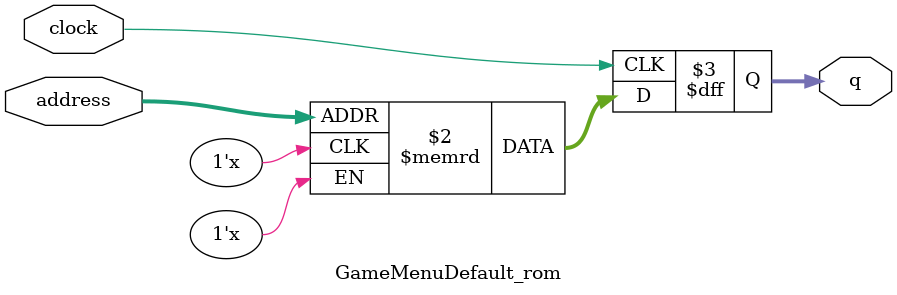
<source format=sv>
module GameMenuDefault_rom (
	input logic clock,
	input logic [18:0] address,
	output logic [2:0] q
);

logic [2:0] memory [0:307199] /* synthesis ram_init_file = "./GameMenuDefault/GameMenuDefault.COE" */;

always_ff @ (posedge clock) begin
	q <= memory[address];
end

endmodule

</source>
